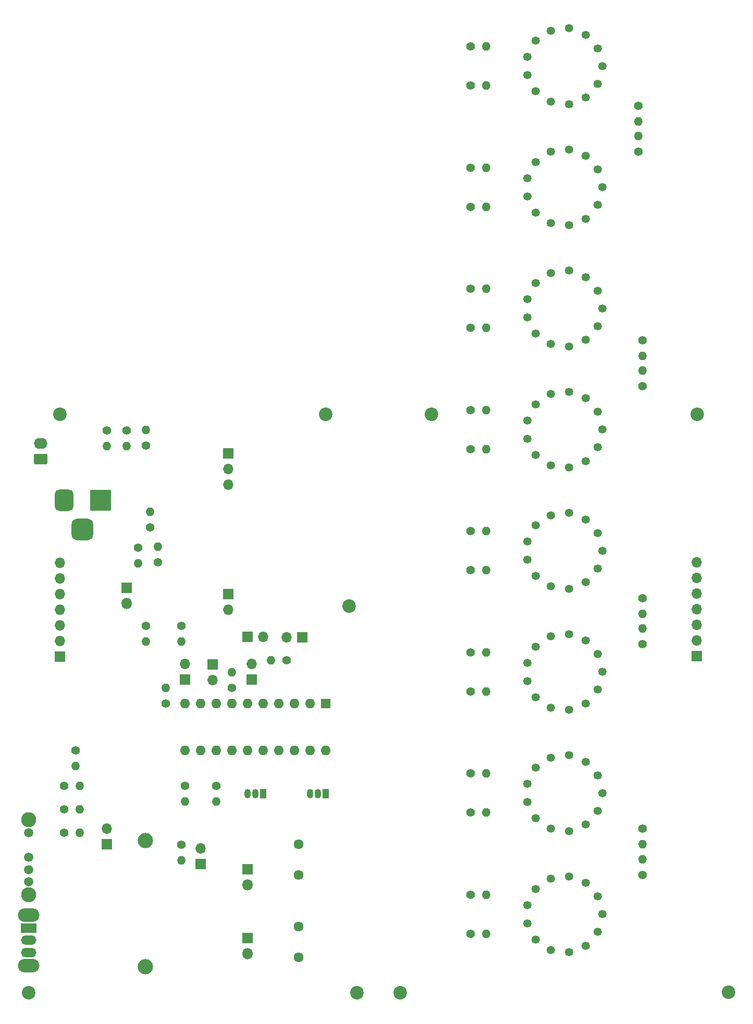
<source format=gbs>
G04 #@! TF.GenerationSoftware,KiCad,Pcbnew,7.0.10*
G04 #@! TF.CreationDate,2024-06-25T19:11:58-05:00*
G04 #@! TF.ProjectId,DMClockPanel,444d436c-6f63-46b5-9061-6e656c2e6b69,rev?*
G04 #@! TF.SameCoordinates,Original*
G04 #@! TF.FileFunction,Soldermask,Bot*
G04 #@! TF.FilePolarity,Negative*
%FSLAX46Y46*%
G04 Gerber Fmt 4.6, Leading zero omitted, Abs format (unit mm)*
G04 Created by KiCad (PCBNEW 7.0.10) date 2024-06-25 19:11:58*
%MOMM*%
%LPD*%
G01*
G04 APERTURE LIST*
G04 Aperture macros list*
%AMRoundRect*
0 Rectangle with rounded corners*
0 $1 Rounding radius*
0 $2 $3 $4 $5 $6 $7 $8 $9 X,Y pos of 4 corners*
0 Add a 4 corners polygon primitive as box body*
4,1,4,$2,$3,$4,$5,$6,$7,$8,$9,$2,$3,0*
0 Add four circle primitives for the rounded corners*
1,1,$1+$1,$2,$3*
1,1,$1+$1,$4,$5*
1,1,$1+$1,$6,$7*
1,1,$1+$1,$8,$9*
0 Add four rect primitives between the rounded corners*
20,1,$1+$1,$2,$3,$4,$5,0*
20,1,$1+$1,$4,$5,$6,$7,0*
20,1,$1+$1,$6,$7,$8,$9,0*
20,1,$1+$1,$8,$9,$2,$3,0*%
G04 Aperture macros list end*
%ADD10C,1.400000*%
%ADD11O,1.400000X1.400000*%
%ADD12C,1.612000*%
%ADD13R,1.700000X1.700000*%
%ADD14O,1.700000X1.700000*%
%ADD15C,2.200000*%
%ADD16R,3.500000X3.500000*%
%ADD17RoundRect,0.750000X-0.750000X-1.000000X0.750000X-1.000000X0.750000X1.000000X-0.750000X1.000000X0*%
%ADD18RoundRect,0.875000X-0.875000X-0.875000X0.875000X-0.875000X0.875000X0.875000X-0.875000X0.875000X0*%
%ADD19C,1.346200*%
%ADD20R,1.800000X1.800000*%
%ADD21O,1.800000X1.800000*%
%ADD22R,1.600000X1.600000*%
%ADD23O,1.600000X1.600000*%
%ADD24C,1.512000*%
%ADD25C,2.454000*%
%ADD26R,1.050000X1.500000*%
%ADD27O,1.050000X1.500000*%
%ADD28RoundRect,0.250000X0.845000X-0.620000X0.845000X0.620000X-0.845000X0.620000X-0.845000X-0.620000X0*%
%ADD29O,2.190000X1.740000*%
%ADD30O,3.500000X2.200000*%
%ADD31R,2.500000X1.500000*%
%ADD32O,2.500000X1.500000*%
%ADD33C,2.484000*%
G04 APERTURE END LIST*
D10*
X109485000Y-118485000D03*
D11*
X109485000Y-121025000D03*
D10*
X156540805Y-89797799D03*
D11*
X159080805Y-89797799D03*
D10*
X102500000Y-105785000D03*
D11*
X102500000Y-108325000D03*
D12*
X128535000Y-172370000D03*
X128535000Y-167370000D03*
D10*
X184430805Y-72067799D03*
D11*
X184430805Y-74607799D03*
D13*
X89800000Y-123515000D03*
D14*
X89800000Y-120975000D03*
X89800000Y-118435000D03*
X89800000Y-115895000D03*
X89800000Y-113355000D03*
X89800000Y-110815000D03*
X89800000Y-108275000D03*
D10*
X117740001Y-128545000D03*
D11*
X117740001Y-126005000D03*
D10*
X156540805Y-168537799D03*
D11*
X159080805Y-168537799D03*
D10*
X156540805Y-122817799D03*
D11*
X159080805Y-122817799D03*
D15*
X89800000Y-84145000D03*
D13*
X114565002Y-124780000D03*
D14*
X114565002Y-127320000D03*
D10*
X103770000Y-89175000D03*
D11*
X103770000Y-86635000D03*
D10*
X183795805Y-41487799D03*
D11*
X183795805Y-38947799D03*
D16*
X96435000Y-98115000D03*
D17*
X90435000Y-98115000D03*
D18*
X93435000Y-102815000D03*
D10*
X103770000Y-118485000D03*
D11*
X103770000Y-121025000D03*
D13*
X112660000Y-157170000D03*
D14*
X112660000Y-154630000D03*
D15*
X138060000Y-178125000D03*
D19*
X175246165Y-91715499D03*
X175246165Y-81530099D03*
X172475025Y-80478539D03*
X169536245Y-80836679D03*
X167097845Y-82518159D03*
X165721165Y-85141979D03*
X165721165Y-88103619D03*
X167097845Y-90727439D03*
X169536245Y-92408919D03*
X172475025Y-92767059D03*
X177918245Y-86622799D03*
X177209585Y-83747519D03*
X177209585Y-89498079D03*
D13*
X110120002Y-127267091D03*
D14*
X110120002Y-124727091D03*
D13*
X193295805Y-123432799D03*
D14*
X193295805Y-120892799D03*
X193295805Y-118352799D03*
X193295805Y-115812799D03*
X193295805Y-113272799D03*
X193295805Y-110732799D03*
X193295805Y-108192799D03*
D20*
X120280001Y-158030001D03*
D21*
X120280001Y-160570001D03*
D10*
X100595000Y-86735000D03*
D11*
X100595000Y-89275000D03*
D22*
X132980001Y-131135001D03*
D23*
X130440001Y-131135001D03*
X127900001Y-131135001D03*
X125360001Y-131135001D03*
X122820001Y-131135001D03*
X120280001Y-131135001D03*
X117740001Y-131135001D03*
X115200001Y-131135001D03*
X112660001Y-131135001D03*
X110120001Y-131135001D03*
X110120001Y-138755001D03*
X112660001Y-138755001D03*
X115200001Y-138755001D03*
X117740001Y-138755001D03*
X120280001Y-138755001D03*
X122820001Y-138755001D03*
X125360001Y-138755001D03*
X127900001Y-138755001D03*
X130440001Y-138755001D03*
X132980001Y-138755001D03*
D20*
X120280000Y-169235000D03*
D21*
X120280000Y-171775000D03*
D24*
X84720000Y-152090000D03*
X84720000Y-156090000D03*
X84720000Y-158090000D03*
X84720000Y-160090000D03*
D25*
X84720000Y-149990000D03*
X84720000Y-162190000D03*
D15*
X150140805Y-84148203D03*
D19*
X175246165Y-52345499D03*
X175246165Y-42160099D03*
X172475025Y-41108539D03*
X169536245Y-41466679D03*
X167097845Y-43148159D03*
X165721165Y-45771979D03*
X165721165Y-48733619D03*
X167097845Y-51357439D03*
X169536245Y-53038919D03*
X172475025Y-53397059D03*
X177918245Y-47252799D03*
X177209585Y-44377519D03*
X177209585Y-50128079D03*
D15*
X198400805Y-178062799D03*
D10*
X90485000Y-152090000D03*
D11*
X93025000Y-152090000D03*
D19*
X175246165Y-170455499D03*
X175246165Y-160270099D03*
X172475025Y-159218539D03*
X169536245Y-159576679D03*
X167097845Y-161258159D03*
X165721165Y-163881979D03*
X165721165Y-166843619D03*
X167097845Y-169467439D03*
X169536245Y-171148919D03*
X172475025Y-171507059D03*
X177918245Y-165362799D03*
X177209585Y-162487519D03*
X177209585Y-168238079D03*
D10*
X156540805Y-83447799D03*
D11*
X159080805Y-83447799D03*
D15*
X193320805Y-84148203D03*
D10*
X97420000Y-86735000D03*
D11*
X97420000Y-89275000D03*
D13*
X97420000Y-154000001D03*
D14*
X97420000Y-151460001D03*
D10*
X184430805Y-113977799D03*
D11*
X184430805Y-116517799D03*
D10*
X105675000Y-108175000D03*
D11*
X105675000Y-105635000D03*
D19*
X175246165Y-111400499D03*
X175246165Y-101215099D03*
X172475025Y-100163539D03*
X169536245Y-100521679D03*
X167097845Y-102203159D03*
X165721165Y-104826979D03*
X165721165Y-107788619D03*
X167097845Y-110412439D03*
X169536245Y-112093919D03*
X172475025Y-112452059D03*
X177918245Y-106307799D03*
X177209585Y-103432519D03*
X177209585Y-109183079D03*
D10*
X92340000Y-138755000D03*
D11*
X92340000Y-141295000D03*
D13*
X117105000Y-113350000D03*
D14*
X117105000Y-115890000D03*
D13*
X120300000Y-120315000D03*
D14*
X122840000Y-120315000D03*
D10*
X115200001Y-144520001D03*
D11*
X115200001Y-147060001D03*
D15*
X132980000Y-84145000D03*
D26*
X132980001Y-145740001D03*
D27*
X131710001Y-145740001D03*
X130440001Y-145740001D03*
D26*
X122820001Y-145740001D03*
D27*
X121550001Y-145740001D03*
X120280001Y-145740001D03*
D10*
X156540805Y-44077799D03*
D11*
X159080805Y-44077799D03*
D10*
X156540805Y-70112799D03*
D11*
X159080805Y-70112799D03*
D15*
X84720000Y-178125000D03*
D10*
X109485000Y-154045000D03*
D11*
X109485000Y-156585000D03*
D13*
X129170000Y-120340000D03*
D14*
X126630000Y-120340000D03*
D19*
X175246165Y-131085499D03*
X175246165Y-120900099D03*
X172475025Y-119848539D03*
X169536245Y-120206679D03*
X167097845Y-121888159D03*
X165721165Y-124511979D03*
X165721165Y-127473619D03*
X167097845Y-130097439D03*
X169536245Y-131778919D03*
X172475025Y-132137059D03*
X177918245Y-125992799D03*
X177209585Y-123117519D03*
X177209585Y-128868079D03*
D15*
X136790000Y-115260000D03*
D10*
X126625001Y-124087091D03*
D11*
X124085001Y-124087091D03*
D13*
X120960001Y-127262091D03*
D14*
X120960001Y-124722091D03*
D10*
X156540805Y-162187799D03*
D11*
X159080805Y-162187799D03*
D19*
X175246165Y-150770499D03*
X175246165Y-140585099D03*
X172475025Y-139533539D03*
X169536245Y-139891679D03*
X167097845Y-141573159D03*
X165721165Y-144196979D03*
X165721165Y-147158619D03*
X167097845Y-149782439D03*
X169536245Y-151463919D03*
X172475025Y-151822059D03*
X177918245Y-145677799D03*
X177209585Y-142802519D03*
X177209585Y-148553079D03*
D10*
X90485000Y-144520000D03*
D11*
X93025000Y-144520000D03*
D10*
X156540805Y-63762799D03*
D11*
X159080805Y-63762799D03*
D10*
X184430805Y-151442799D03*
D11*
X184430805Y-153982799D03*
D10*
X156540805Y-50427799D03*
D11*
X159080805Y-50427799D03*
D10*
X156540805Y-24392799D03*
D11*
X159080805Y-24392799D03*
D10*
X184430805Y-79587799D03*
D11*
X184430805Y-77047799D03*
D10*
X156540805Y-142502799D03*
D11*
X159080805Y-142502799D03*
D28*
X86625000Y-91452500D03*
D29*
X86625000Y-88912500D03*
D15*
X145060805Y-178128203D03*
D10*
X184430805Y-158962799D03*
D11*
X184430805Y-156422799D03*
D30*
X84720000Y-165480000D03*
X84720000Y-173680000D03*
D31*
X84720000Y-167580000D03*
D32*
X84720000Y-169580000D03*
X84720000Y-171580000D03*
D19*
X175246165Y-72030499D03*
X175246165Y-61845099D03*
X172475025Y-60793539D03*
X169536245Y-61151679D03*
X167097845Y-62833159D03*
X165721165Y-65456979D03*
X165721165Y-68418619D03*
X167097845Y-71042439D03*
X169536245Y-72723919D03*
X172475025Y-73082059D03*
X177918245Y-66937799D03*
X177209585Y-64062519D03*
X177209585Y-69813079D03*
D33*
X103690804Y-173850000D03*
X103690804Y-153360000D03*
D10*
X156540805Y-103132799D03*
D11*
X159080805Y-103132799D03*
D10*
X183795805Y-33967799D03*
D11*
X183795805Y-36507799D03*
D19*
X175246165Y-32660499D03*
X175246165Y-22475099D03*
X172475025Y-21423539D03*
X169536245Y-21781679D03*
X167097845Y-23463159D03*
X165721165Y-26086979D03*
X165721165Y-29048619D03*
X167097845Y-31672439D03*
X169536245Y-33353919D03*
X172475025Y-33712059D03*
X177918245Y-27567799D03*
X177209585Y-24692519D03*
X177209585Y-30443079D03*
D13*
X117105000Y-90495000D03*
D14*
X117105000Y-93035000D03*
X117105000Y-95575000D03*
D10*
X156540805Y-148852799D03*
D11*
X159080805Y-148852799D03*
D20*
X100595000Y-112310000D03*
D21*
X100595000Y-114850000D03*
D10*
X184430805Y-121497799D03*
D11*
X184430805Y-118957799D03*
D10*
X110120001Y-144520001D03*
D11*
X110120001Y-147060001D03*
D10*
X90435000Y-148280000D03*
D11*
X92975000Y-148280000D03*
D10*
X106945000Y-131135000D03*
D11*
X106945000Y-128595000D03*
D12*
X128535001Y-158995000D03*
X128535001Y-153995000D03*
D10*
X104405000Y-102510000D03*
D11*
X104405000Y-99970000D03*
D10*
X156540805Y-30742799D03*
D11*
X159080805Y-30742799D03*
D10*
X156540805Y-109482799D03*
D11*
X159080805Y-109482799D03*
D10*
X156540805Y-129167799D03*
D11*
X159080805Y-129167799D03*
M02*

</source>
